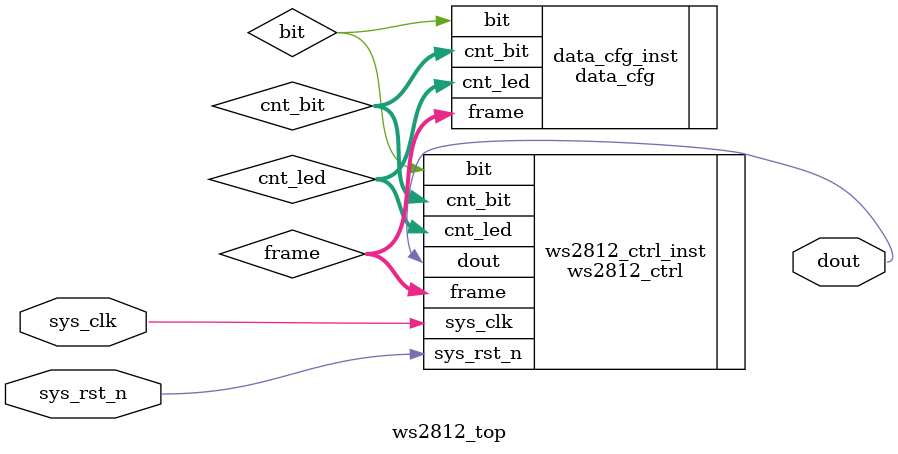
<source format=v>
module ws2812_top(
    input  wire sys_clk     ,
    input  wire sys_rst_n   ,

    output wire dout
);
wire          bit    ;
wire  [4: 0]  cnt_bit;
wire  [6: 0]  cnt_led; 
wire  [1: 0]  frame  ;
ws2812_ctrl  ws2812_ctrl_inst(
.sys_clk    (sys_clk),
.sys_rst_n  (sys_rst_n),
.bit        (bit),

.dout       (dout),
.cnt_bit    (cnt_bit),
.cnt_led    (cnt_led),
.frame      (frame)      
);

data_cfg    data_cfg_inst(
.cnt_bit    (cnt_bit),
.cnt_led    (cnt_led),
.frame      (frame),

.bit        (bit)  
);
endmodule 
</source>
